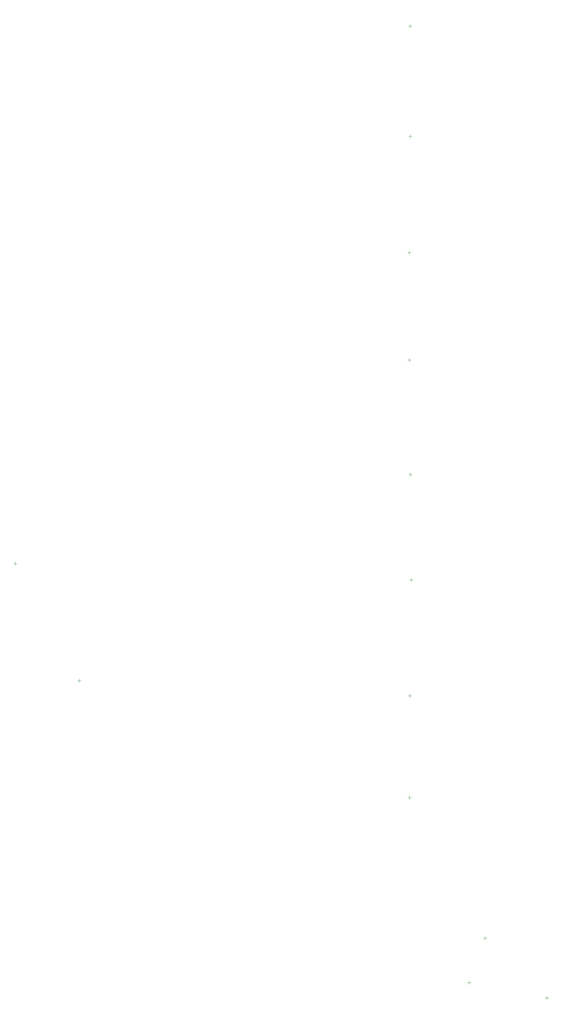
<source format=gbr>
%TF.GenerationSoftware,Altium Limited,Altium Designer,24.10.1 (45)*%
G04 Layer_Color=16711935*
%FSLAX43Y43*%
%MOMM*%
%TF.SameCoordinates,766D9AF5-BA92-4156-BEB6-FD46E2A8267A*%
%TF.FilePolarity,Positive*%
%TF.FileFunction,Other,Top_Component_Center*%
%TF.Part,Single*%
G01*
G75*
%TA.AperFunction,NonConductor*%
%ADD100C,0.100*%
%ADD103C,0.050*%
D100*
X140033Y20947D02*
X141033D01*
X140533Y20447D02*
Y21447D01*
X119053Y181514D02*
X120053D01*
X119553Y181014D02*
Y182014D01*
X119000Y211394D02*
X120000D01*
X119500Y210894D02*
Y211894D01*
X119190Y274233D02*
X120190D01*
X119690Y273733D02*
Y274733D01*
X119262Y243668D02*
X120262D01*
X119762Y243168D02*
Y244168D01*
X119574Y59445D02*
Y60445D01*
X119074Y59945D02*
X120074D01*
X119144Y88215D02*
X120144D01*
X119644Y87715D02*
Y88715D01*
X119314Y149709D02*
X120314D01*
X119814Y149209D02*
Y150209D01*
X119516Y120404D02*
X120516D01*
X120016Y119904D02*
Y120904D01*
X136175Y8075D02*
Y9075D01*
X135675Y8575D02*
X136675D01*
X27310Y92459D02*
X28310D01*
X27810Y91959D02*
Y92959D01*
D103*
X157702Y3862D02*
Y4862D01*
X157202Y4362D02*
X158202D01*
X10000Y124500D02*
Y125500D01*
X9500Y125000D02*
X10500D01*
%TF.MD5,03eada6ab8d3b7d8fac8373761592cd5*%
M02*

</source>
